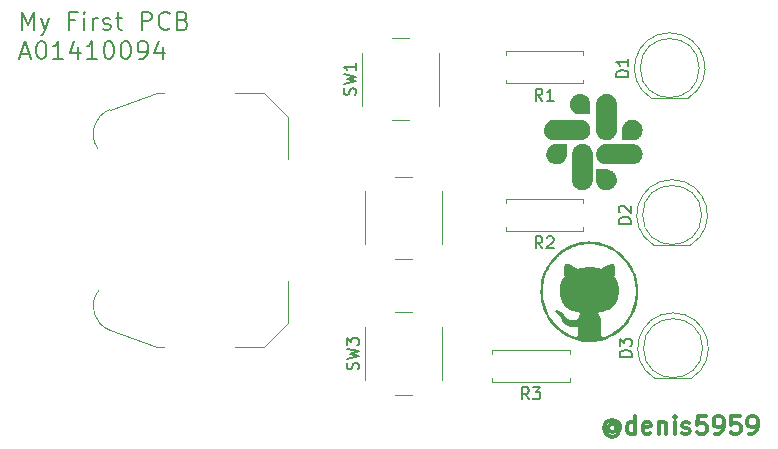
<source format=gto>
G04 #@! TF.GenerationSoftware,KiCad,Pcbnew,9.0.2*
G04 #@! TF.CreationDate,2025-05-20T18:37:11-06:00*
G04 #@! TF.ProjectId,test_kicad,74657374-5f6b-4696-9361-642e6b696361,rev?*
G04 #@! TF.SameCoordinates,Original*
G04 #@! TF.FileFunction,Legend,Top*
G04 #@! TF.FilePolarity,Positive*
%FSLAX46Y46*%
G04 Gerber Fmt 4.6, Leading zero omitted, Abs format (unit mm)*
G04 Created by KiCad (PCBNEW 9.0.2) date 2025-05-20 18:37:11*
%MOMM*%
%LPD*%
G01*
G04 APERTURE LIST*
%ADD10C,0.300000*%
%ADD11C,0.150000*%
%ADD12C,0.120000*%
%ADD13C,0.000000*%
%ADD14C,1.800000*%
%ADD15R,1.800000X1.800000*%
%ADD16R,5.080000X1.270000*%
%ADD17C,17.800000*%
%ADD18C,2.000000*%
%ADD19C,1.600000*%
G04 APERTURE END LIST*
D10*
X153233082Y-86336542D02*
X153161653Y-86265114D01*
X153161653Y-86265114D02*
X153018796Y-86193685D01*
X153018796Y-86193685D02*
X152875939Y-86193685D01*
X152875939Y-86193685D02*
X152733082Y-86265114D01*
X152733082Y-86265114D02*
X152661653Y-86336542D01*
X152661653Y-86336542D02*
X152590225Y-86479400D01*
X152590225Y-86479400D02*
X152590225Y-86622257D01*
X152590225Y-86622257D02*
X152661653Y-86765114D01*
X152661653Y-86765114D02*
X152733082Y-86836542D01*
X152733082Y-86836542D02*
X152875939Y-86907971D01*
X152875939Y-86907971D02*
X153018796Y-86907971D01*
X153018796Y-86907971D02*
X153161653Y-86836542D01*
X153161653Y-86836542D02*
X153233082Y-86765114D01*
X153233082Y-86193685D02*
X153233082Y-86765114D01*
X153233082Y-86765114D02*
X153304510Y-86836542D01*
X153304510Y-86836542D02*
X153375939Y-86836542D01*
X153375939Y-86836542D02*
X153518796Y-86765114D01*
X153518796Y-86765114D02*
X153590225Y-86622257D01*
X153590225Y-86622257D02*
X153590225Y-86265114D01*
X153590225Y-86265114D02*
X153447368Y-86050828D01*
X153447368Y-86050828D02*
X153233082Y-85907971D01*
X153233082Y-85907971D02*
X152947368Y-85836542D01*
X152947368Y-85836542D02*
X152661653Y-85907971D01*
X152661653Y-85907971D02*
X152447368Y-86050828D01*
X152447368Y-86050828D02*
X152304510Y-86265114D01*
X152304510Y-86265114D02*
X152233082Y-86550828D01*
X152233082Y-86550828D02*
X152304510Y-86836542D01*
X152304510Y-86836542D02*
X152447368Y-87050828D01*
X152447368Y-87050828D02*
X152661653Y-87193685D01*
X152661653Y-87193685D02*
X152947368Y-87265114D01*
X152947368Y-87265114D02*
X153233082Y-87193685D01*
X153233082Y-87193685D02*
X153447368Y-87050828D01*
X154875939Y-87050828D02*
X154875939Y-85550828D01*
X154875939Y-86979400D02*
X154733081Y-87050828D01*
X154733081Y-87050828D02*
X154447367Y-87050828D01*
X154447367Y-87050828D02*
X154304510Y-86979400D01*
X154304510Y-86979400D02*
X154233081Y-86907971D01*
X154233081Y-86907971D02*
X154161653Y-86765114D01*
X154161653Y-86765114D02*
X154161653Y-86336542D01*
X154161653Y-86336542D02*
X154233081Y-86193685D01*
X154233081Y-86193685D02*
X154304510Y-86122257D01*
X154304510Y-86122257D02*
X154447367Y-86050828D01*
X154447367Y-86050828D02*
X154733081Y-86050828D01*
X154733081Y-86050828D02*
X154875939Y-86122257D01*
X156161653Y-86979400D02*
X156018796Y-87050828D01*
X156018796Y-87050828D02*
X155733082Y-87050828D01*
X155733082Y-87050828D02*
X155590224Y-86979400D01*
X155590224Y-86979400D02*
X155518796Y-86836542D01*
X155518796Y-86836542D02*
X155518796Y-86265114D01*
X155518796Y-86265114D02*
X155590224Y-86122257D01*
X155590224Y-86122257D02*
X155733082Y-86050828D01*
X155733082Y-86050828D02*
X156018796Y-86050828D01*
X156018796Y-86050828D02*
X156161653Y-86122257D01*
X156161653Y-86122257D02*
X156233082Y-86265114D01*
X156233082Y-86265114D02*
X156233082Y-86407971D01*
X156233082Y-86407971D02*
X155518796Y-86550828D01*
X156875938Y-86050828D02*
X156875938Y-87050828D01*
X156875938Y-86193685D02*
X156947367Y-86122257D01*
X156947367Y-86122257D02*
X157090224Y-86050828D01*
X157090224Y-86050828D02*
X157304510Y-86050828D01*
X157304510Y-86050828D02*
X157447367Y-86122257D01*
X157447367Y-86122257D02*
X157518796Y-86265114D01*
X157518796Y-86265114D02*
X157518796Y-87050828D01*
X158233081Y-87050828D02*
X158233081Y-86050828D01*
X158233081Y-85550828D02*
X158161653Y-85622257D01*
X158161653Y-85622257D02*
X158233081Y-85693685D01*
X158233081Y-85693685D02*
X158304510Y-85622257D01*
X158304510Y-85622257D02*
X158233081Y-85550828D01*
X158233081Y-85550828D02*
X158233081Y-85693685D01*
X158875939Y-86979400D02*
X159018796Y-87050828D01*
X159018796Y-87050828D02*
X159304510Y-87050828D01*
X159304510Y-87050828D02*
X159447367Y-86979400D01*
X159447367Y-86979400D02*
X159518796Y-86836542D01*
X159518796Y-86836542D02*
X159518796Y-86765114D01*
X159518796Y-86765114D02*
X159447367Y-86622257D01*
X159447367Y-86622257D02*
X159304510Y-86550828D01*
X159304510Y-86550828D02*
X159090225Y-86550828D01*
X159090225Y-86550828D02*
X158947367Y-86479400D01*
X158947367Y-86479400D02*
X158875939Y-86336542D01*
X158875939Y-86336542D02*
X158875939Y-86265114D01*
X158875939Y-86265114D02*
X158947367Y-86122257D01*
X158947367Y-86122257D02*
X159090225Y-86050828D01*
X159090225Y-86050828D02*
X159304510Y-86050828D01*
X159304510Y-86050828D02*
X159447367Y-86122257D01*
X160875939Y-85550828D02*
X160161653Y-85550828D01*
X160161653Y-85550828D02*
X160090225Y-86265114D01*
X160090225Y-86265114D02*
X160161653Y-86193685D01*
X160161653Y-86193685D02*
X160304511Y-86122257D01*
X160304511Y-86122257D02*
X160661653Y-86122257D01*
X160661653Y-86122257D02*
X160804511Y-86193685D01*
X160804511Y-86193685D02*
X160875939Y-86265114D01*
X160875939Y-86265114D02*
X160947368Y-86407971D01*
X160947368Y-86407971D02*
X160947368Y-86765114D01*
X160947368Y-86765114D02*
X160875939Y-86907971D01*
X160875939Y-86907971D02*
X160804511Y-86979400D01*
X160804511Y-86979400D02*
X160661653Y-87050828D01*
X160661653Y-87050828D02*
X160304511Y-87050828D01*
X160304511Y-87050828D02*
X160161653Y-86979400D01*
X160161653Y-86979400D02*
X160090225Y-86907971D01*
X161661653Y-87050828D02*
X161947367Y-87050828D01*
X161947367Y-87050828D02*
X162090224Y-86979400D01*
X162090224Y-86979400D02*
X162161653Y-86907971D01*
X162161653Y-86907971D02*
X162304510Y-86693685D01*
X162304510Y-86693685D02*
X162375939Y-86407971D01*
X162375939Y-86407971D02*
X162375939Y-85836542D01*
X162375939Y-85836542D02*
X162304510Y-85693685D01*
X162304510Y-85693685D02*
X162233082Y-85622257D01*
X162233082Y-85622257D02*
X162090224Y-85550828D01*
X162090224Y-85550828D02*
X161804510Y-85550828D01*
X161804510Y-85550828D02*
X161661653Y-85622257D01*
X161661653Y-85622257D02*
X161590224Y-85693685D01*
X161590224Y-85693685D02*
X161518796Y-85836542D01*
X161518796Y-85836542D02*
X161518796Y-86193685D01*
X161518796Y-86193685D02*
X161590224Y-86336542D01*
X161590224Y-86336542D02*
X161661653Y-86407971D01*
X161661653Y-86407971D02*
X161804510Y-86479400D01*
X161804510Y-86479400D02*
X162090224Y-86479400D01*
X162090224Y-86479400D02*
X162233082Y-86407971D01*
X162233082Y-86407971D02*
X162304510Y-86336542D01*
X162304510Y-86336542D02*
X162375939Y-86193685D01*
X163733081Y-85550828D02*
X163018795Y-85550828D01*
X163018795Y-85550828D02*
X162947367Y-86265114D01*
X162947367Y-86265114D02*
X163018795Y-86193685D01*
X163018795Y-86193685D02*
X163161653Y-86122257D01*
X163161653Y-86122257D02*
X163518795Y-86122257D01*
X163518795Y-86122257D02*
X163661653Y-86193685D01*
X163661653Y-86193685D02*
X163733081Y-86265114D01*
X163733081Y-86265114D02*
X163804510Y-86407971D01*
X163804510Y-86407971D02*
X163804510Y-86765114D01*
X163804510Y-86765114D02*
X163733081Y-86907971D01*
X163733081Y-86907971D02*
X163661653Y-86979400D01*
X163661653Y-86979400D02*
X163518795Y-87050828D01*
X163518795Y-87050828D02*
X163161653Y-87050828D01*
X163161653Y-87050828D02*
X163018795Y-86979400D01*
X163018795Y-86979400D02*
X162947367Y-86907971D01*
X164518795Y-87050828D02*
X164804509Y-87050828D01*
X164804509Y-87050828D02*
X164947366Y-86979400D01*
X164947366Y-86979400D02*
X165018795Y-86907971D01*
X165018795Y-86907971D02*
X165161652Y-86693685D01*
X165161652Y-86693685D02*
X165233081Y-86407971D01*
X165233081Y-86407971D02*
X165233081Y-85836542D01*
X165233081Y-85836542D02*
X165161652Y-85693685D01*
X165161652Y-85693685D02*
X165090224Y-85622257D01*
X165090224Y-85622257D02*
X164947366Y-85550828D01*
X164947366Y-85550828D02*
X164661652Y-85550828D01*
X164661652Y-85550828D02*
X164518795Y-85622257D01*
X164518795Y-85622257D02*
X164447366Y-85693685D01*
X164447366Y-85693685D02*
X164375938Y-85836542D01*
X164375938Y-85836542D02*
X164375938Y-86193685D01*
X164375938Y-86193685D02*
X164447366Y-86336542D01*
X164447366Y-86336542D02*
X164518795Y-86407971D01*
X164518795Y-86407971D02*
X164661652Y-86479400D01*
X164661652Y-86479400D02*
X164947366Y-86479400D01*
X164947366Y-86479400D02*
X165090224Y-86407971D01*
X165090224Y-86407971D02*
X165161652Y-86336542D01*
X165161652Y-86336542D02*
X165233081Y-86193685D01*
D11*
X102955826Y-52808628D02*
X102955826Y-51308628D01*
X102955826Y-51308628D02*
X103455826Y-52380057D01*
X103455826Y-52380057D02*
X103955826Y-51308628D01*
X103955826Y-51308628D02*
X103955826Y-52808628D01*
X104527255Y-51808628D02*
X104884398Y-52808628D01*
X105241541Y-51808628D02*
X104884398Y-52808628D01*
X104884398Y-52808628D02*
X104741541Y-53165771D01*
X104741541Y-53165771D02*
X104670112Y-53237200D01*
X104670112Y-53237200D02*
X104527255Y-53308628D01*
X107455826Y-52022914D02*
X106955826Y-52022914D01*
X106955826Y-52808628D02*
X106955826Y-51308628D01*
X106955826Y-51308628D02*
X107670112Y-51308628D01*
X108241540Y-52808628D02*
X108241540Y-51808628D01*
X108241540Y-51308628D02*
X108170112Y-51380057D01*
X108170112Y-51380057D02*
X108241540Y-51451485D01*
X108241540Y-51451485D02*
X108312969Y-51380057D01*
X108312969Y-51380057D02*
X108241540Y-51308628D01*
X108241540Y-51308628D02*
X108241540Y-51451485D01*
X108955826Y-52808628D02*
X108955826Y-51808628D01*
X108955826Y-52094342D02*
X109027255Y-51951485D01*
X109027255Y-51951485D02*
X109098684Y-51880057D01*
X109098684Y-51880057D02*
X109241541Y-51808628D01*
X109241541Y-51808628D02*
X109384398Y-51808628D01*
X109812969Y-52737200D02*
X109955826Y-52808628D01*
X109955826Y-52808628D02*
X110241540Y-52808628D01*
X110241540Y-52808628D02*
X110384397Y-52737200D01*
X110384397Y-52737200D02*
X110455826Y-52594342D01*
X110455826Y-52594342D02*
X110455826Y-52522914D01*
X110455826Y-52522914D02*
X110384397Y-52380057D01*
X110384397Y-52380057D02*
X110241540Y-52308628D01*
X110241540Y-52308628D02*
X110027255Y-52308628D01*
X110027255Y-52308628D02*
X109884397Y-52237200D01*
X109884397Y-52237200D02*
X109812969Y-52094342D01*
X109812969Y-52094342D02*
X109812969Y-52022914D01*
X109812969Y-52022914D02*
X109884397Y-51880057D01*
X109884397Y-51880057D02*
X110027255Y-51808628D01*
X110027255Y-51808628D02*
X110241540Y-51808628D01*
X110241540Y-51808628D02*
X110384397Y-51880057D01*
X110884398Y-51808628D02*
X111455826Y-51808628D01*
X111098683Y-51308628D02*
X111098683Y-52594342D01*
X111098683Y-52594342D02*
X111170112Y-52737200D01*
X111170112Y-52737200D02*
X111312969Y-52808628D01*
X111312969Y-52808628D02*
X111455826Y-52808628D01*
X113098683Y-52808628D02*
X113098683Y-51308628D01*
X113098683Y-51308628D02*
X113670112Y-51308628D01*
X113670112Y-51308628D02*
X113812969Y-51380057D01*
X113812969Y-51380057D02*
X113884398Y-51451485D01*
X113884398Y-51451485D02*
X113955826Y-51594342D01*
X113955826Y-51594342D02*
X113955826Y-51808628D01*
X113955826Y-51808628D02*
X113884398Y-51951485D01*
X113884398Y-51951485D02*
X113812969Y-52022914D01*
X113812969Y-52022914D02*
X113670112Y-52094342D01*
X113670112Y-52094342D02*
X113098683Y-52094342D01*
X115455826Y-52665771D02*
X115384398Y-52737200D01*
X115384398Y-52737200D02*
X115170112Y-52808628D01*
X115170112Y-52808628D02*
X115027255Y-52808628D01*
X115027255Y-52808628D02*
X114812969Y-52737200D01*
X114812969Y-52737200D02*
X114670112Y-52594342D01*
X114670112Y-52594342D02*
X114598683Y-52451485D01*
X114598683Y-52451485D02*
X114527255Y-52165771D01*
X114527255Y-52165771D02*
X114527255Y-51951485D01*
X114527255Y-51951485D02*
X114598683Y-51665771D01*
X114598683Y-51665771D02*
X114670112Y-51522914D01*
X114670112Y-51522914D02*
X114812969Y-51380057D01*
X114812969Y-51380057D02*
X115027255Y-51308628D01*
X115027255Y-51308628D02*
X115170112Y-51308628D01*
X115170112Y-51308628D02*
X115384398Y-51380057D01*
X115384398Y-51380057D02*
X115455826Y-51451485D01*
X116598683Y-52022914D02*
X116812969Y-52094342D01*
X116812969Y-52094342D02*
X116884398Y-52165771D01*
X116884398Y-52165771D02*
X116955826Y-52308628D01*
X116955826Y-52308628D02*
X116955826Y-52522914D01*
X116955826Y-52522914D02*
X116884398Y-52665771D01*
X116884398Y-52665771D02*
X116812969Y-52737200D01*
X116812969Y-52737200D02*
X116670112Y-52808628D01*
X116670112Y-52808628D02*
X116098683Y-52808628D01*
X116098683Y-52808628D02*
X116098683Y-51308628D01*
X116098683Y-51308628D02*
X116598683Y-51308628D01*
X116598683Y-51308628D02*
X116741541Y-51380057D01*
X116741541Y-51380057D02*
X116812969Y-51451485D01*
X116812969Y-51451485D02*
X116884398Y-51594342D01*
X116884398Y-51594342D02*
X116884398Y-51737200D01*
X116884398Y-51737200D02*
X116812969Y-51880057D01*
X116812969Y-51880057D02*
X116741541Y-51951485D01*
X116741541Y-51951485D02*
X116598683Y-52022914D01*
X116598683Y-52022914D02*
X116098683Y-52022914D01*
X102884398Y-54880057D02*
X103598684Y-54880057D01*
X102741541Y-55308628D02*
X103241541Y-53808628D01*
X103241541Y-53808628D02*
X103741541Y-55308628D01*
X104527255Y-53808628D02*
X104670112Y-53808628D01*
X104670112Y-53808628D02*
X104812969Y-53880057D01*
X104812969Y-53880057D02*
X104884398Y-53951485D01*
X104884398Y-53951485D02*
X104955826Y-54094342D01*
X104955826Y-54094342D02*
X105027255Y-54380057D01*
X105027255Y-54380057D02*
X105027255Y-54737200D01*
X105027255Y-54737200D02*
X104955826Y-55022914D01*
X104955826Y-55022914D02*
X104884398Y-55165771D01*
X104884398Y-55165771D02*
X104812969Y-55237200D01*
X104812969Y-55237200D02*
X104670112Y-55308628D01*
X104670112Y-55308628D02*
X104527255Y-55308628D01*
X104527255Y-55308628D02*
X104384398Y-55237200D01*
X104384398Y-55237200D02*
X104312969Y-55165771D01*
X104312969Y-55165771D02*
X104241540Y-55022914D01*
X104241540Y-55022914D02*
X104170112Y-54737200D01*
X104170112Y-54737200D02*
X104170112Y-54380057D01*
X104170112Y-54380057D02*
X104241540Y-54094342D01*
X104241540Y-54094342D02*
X104312969Y-53951485D01*
X104312969Y-53951485D02*
X104384398Y-53880057D01*
X104384398Y-53880057D02*
X104527255Y-53808628D01*
X106455826Y-55308628D02*
X105598683Y-55308628D01*
X106027254Y-55308628D02*
X106027254Y-53808628D01*
X106027254Y-53808628D02*
X105884397Y-54022914D01*
X105884397Y-54022914D02*
X105741540Y-54165771D01*
X105741540Y-54165771D02*
X105598683Y-54237200D01*
X107741540Y-54308628D02*
X107741540Y-55308628D01*
X107384397Y-53737200D02*
X107027254Y-54808628D01*
X107027254Y-54808628D02*
X107955825Y-54808628D01*
X109312968Y-55308628D02*
X108455825Y-55308628D01*
X108884396Y-55308628D02*
X108884396Y-53808628D01*
X108884396Y-53808628D02*
X108741539Y-54022914D01*
X108741539Y-54022914D02*
X108598682Y-54165771D01*
X108598682Y-54165771D02*
X108455825Y-54237200D01*
X110241539Y-53808628D02*
X110384396Y-53808628D01*
X110384396Y-53808628D02*
X110527253Y-53880057D01*
X110527253Y-53880057D02*
X110598682Y-53951485D01*
X110598682Y-53951485D02*
X110670110Y-54094342D01*
X110670110Y-54094342D02*
X110741539Y-54380057D01*
X110741539Y-54380057D02*
X110741539Y-54737200D01*
X110741539Y-54737200D02*
X110670110Y-55022914D01*
X110670110Y-55022914D02*
X110598682Y-55165771D01*
X110598682Y-55165771D02*
X110527253Y-55237200D01*
X110527253Y-55237200D02*
X110384396Y-55308628D01*
X110384396Y-55308628D02*
X110241539Y-55308628D01*
X110241539Y-55308628D02*
X110098682Y-55237200D01*
X110098682Y-55237200D02*
X110027253Y-55165771D01*
X110027253Y-55165771D02*
X109955824Y-55022914D01*
X109955824Y-55022914D02*
X109884396Y-54737200D01*
X109884396Y-54737200D02*
X109884396Y-54380057D01*
X109884396Y-54380057D02*
X109955824Y-54094342D01*
X109955824Y-54094342D02*
X110027253Y-53951485D01*
X110027253Y-53951485D02*
X110098682Y-53880057D01*
X110098682Y-53880057D02*
X110241539Y-53808628D01*
X111670110Y-53808628D02*
X111812967Y-53808628D01*
X111812967Y-53808628D02*
X111955824Y-53880057D01*
X111955824Y-53880057D02*
X112027253Y-53951485D01*
X112027253Y-53951485D02*
X112098681Y-54094342D01*
X112098681Y-54094342D02*
X112170110Y-54380057D01*
X112170110Y-54380057D02*
X112170110Y-54737200D01*
X112170110Y-54737200D02*
X112098681Y-55022914D01*
X112098681Y-55022914D02*
X112027253Y-55165771D01*
X112027253Y-55165771D02*
X111955824Y-55237200D01*
X111955824Y-55237200D02*
X111812967Y-55308628D01*
X111812967Y-55308628D02*
X111670110Y-55308628D01*
X111670110Y-55308628D02*
X111527253Y-55237200D01*
X111527253Y-55237200D02*
X111455824Y-55165771D01*
X111455824Y-55165771D02*
X111384395Y-55022914D01*
X111384395Y-55022914D02*
X111312967Y-54737200D01*
X111312967Y-54737200D02*
X111312967Y-54380057D01*
X111312967Y-54380057D02*
X111384395Y-54094342D01*
X111384395Y-54094342D02*
X111455824Y-53951485D01*
X111455824Y-53951485D02*
X111527253Y-53880057D01*
X111527253Y-53880057D02*
X111670110Y-53808628D01*
X112884395Y-55308628D02*
X113170109Y-55308628D01*
X113170109Y-55308628D02*
X113312966Y-55237200D01*
X113312966Y-55237200D02*
X113384395Y-55165771D01*
X113384395Y-55165771D02*
X113527252Y-54951485D01*
X113527252Y-54951485D02*
X113598681Y-54665771D01*
X113598681Y-54665771D02*
X113598681Y-54094342D01*
X113598681Y-54094342D02*
X113527252Y-53951485D01*
X113527252Y-53951485D02*
X113455824Y-53880057D01*
X113455824Y-53880057D02*
X113312966Y-53808628D01*
X113312966Y-53808628D02*
X113027252Y-53808628D01*
X113027252Y-53808628D02*
X112884395Y-53880057D01*
X112884395Y-53880057D02*
X112812966Y-53951485D01*
X112812966Y-53951485D02*
X112741538Y-54094342D01*
X112741538Y-54094342D02*
X112741538Y-54451485D01*
X112741538Y-54451485D02*
X112812966Y-54594342D01*
X112812966Y-54594342D02*
X112884395Y-54665771D01*
X112884395Y-54665771D02*
X113027252Y-54737200D01*
X113027252Y-54737200D02*
X113312966Y-54737200D01*
X113312966Y-54737200D02*
X113455824Y-54665771D01*
X113455824Y-54665771D02*
X113527252Y-54594342D01*
X113527252Y-54594342D02*
X113598681Y-54451485D01*
X114884395Y-54308628D02*
X114884395Y-55308628D01*
X114527252Y-53737200D02*
X114170109Y-54808628D01*
X114170109Y-54808628D02*
X115098680Y-54808628D01*
X154574819Y-80518094D02*
X153574819Y-80518094D01*
X153574819Y-80518094D02*
X153574819Y-80279999D01*
X153574819Y-80279999D02*
X153622438Y-80137142D01*
X153622438Y-80137142D02*
X153717676Y-80041904D01*
X153717676Y-80041904D02*
X153812914Y-79994285D01*
X153812914Y-79994285D02*
X154003390Y-79946666D01*
X154003390Y-79946666D02*
X154146247Y-79946666D01*
X154146247Y-79946666D02*
X154336723Y-79994285D01*
X154336723Y-79994285D02*
X154431961Y-80041904D01*
X154431961Y-80041904D02*
X154527200Y-80137142D01*
X154527200Y-80137142D02*
X154574819Y-80279999D01*
X154574819Y-80279999D02*
X154574819Y-80518094D01*
X153574819Y-79613332D02*
X153574819Y-78994285D01*
X153574819Y-78994285D02*
X153955771Y-79327618D01*
X153955771Y-79327618D02*
X153955771Y-79184761D01*
X153955771Y-79184761D02*
X154003390Y-79089523D01*
X154003390Y-79089523D02*
X154051009Y-79041904D01*
X154051009Y-79041904D02*
X154146247Y-78994285D01*
X154146247Y-78994285D02*
X154384342Y-78994285D01*
X154384342Y-78994285D02*
X154479580Y-79041904D01*
X154479580Y-79041904D02*
X154527200Y-79089523D01*
X154527200Y-79089523D02*
X154574819Y-79184761D01*
X154574819Y-79184761D02*
X154574819Y-79470475D01*
X154574819Y-79470475D02*
X154527200Y-79565713D01*
X154527200Y-79565713D02*
X154479580Y-79613332D01*
X154294819Y-56808094D02*
X153294819Y-56808094D01*
X153294819Y-56808094D02*
X153294819Y-56569999D01*
X153294819Y-56569999D02*
X153342438Y-56427142D01*
X153342438Y-56427142D02*
X153437676Y-56331904D01*
X153437676Y-56331904D02*
X153532914Y-56284285D01*
X153532914Y-56284285D02*
X153723390Y-56236666D01*
X153723390Y-56236666D02*
X153866247Y-56236666D01*
X153866247Y-56236666D02*
X154056723Y-56284285D01*
X154056723Y-56284285D02*
X154151961Y-56331904D01*
X154151961Y-56331904D02*
X154247200Y-56427142D01*
X154247200Y-56427142D02*
X154294819Y-56569999D01*
X154294819Y-56569999D02*
X154294819Y-56808094D01*
X154294819Y-55284285D02*
X154294819Y-55855713D01*
X154294819Y-55569999D02*
X153294819Y-55569999D01*
X153294819Y-55569999D02*
X153437676Y-55665237D01*
X153437676Y-55665237D02*
X153532914Y-55760475D01*
X153532914Y-55760475D02*
X153580533Y-55855713D01*
X131407200Y-81583332D02*
X131454819Y-81440475D01*
X131454819Y-81440475D02*
X131454819Y-81202380D01*
X131454819Y-81202380D02*
X131407200Y-81107142D01*
X131407200Y-81107142D02*
X131359580Y-81059523D01*
X131359580Y-81059523D02*
X131264342Y-81011904D01*
X131264342Y-81011904D02*
X131169104Y-81011904D01*
X131169104Y-81011904D02*
X131073866Y-81059523D01*
X131073866Y-81059523D02*
X131026247Y-81107142D01*
X131026247Y-81107142D02*
X130978628Y-81202380D01*
X130978628Y-81202380D02*
X130931009Y-81392856D01*
X130931009Y-81392856D02*
X130883390Y-81488094D01*
X130883390Y-81488094D02*
X130835771Y-81535713D01*
X130835771Y-81535713D02*
X130740533Y-81583332D01*
X130740533Y-81583332D02*
X130645295Y-81583332D01*
X130645295Y-81583332D02*
X130550057Y-81535713D01*
X130550057Y-81535713D02*
X130502438Y-81488094D01*
X130502438Y-81488094D02*
X130454819Y-81392856D01*
X130454819Y-81392856D02*
X130454819Y-81154761D01*
X130454819Y-81154761D02*
X130502438Y-81011904D01*
X130454819Y-80678570D02*
X131454819Y-80440475D01*
X131454819Y-80440475D02*
X130740533Y-80249999D01*
X130740533Y-80249999D02*
X131454819Y-80059523D01*
X131454819Y-80059523D02*
X130454819Y-79821428D01*
X130454819Y-79535713D02*
X130454819Y-78916666D01*
X130454819Y-78916666D02*
X130835771Y-79249999D01*
X130835771Y-79249999D02*
X130835771Y-79107142D01*
X130835771Y-79107142D02*
X130883390Y-79011904D01*
X130883390Y-79011904D02*
X130931009Y-78964285D01*
X130931009Y-78964285D02*
X131026247Y-78916666D01*
X131026247Y-78916666D02*
X131264342Y-78916666D01*
X131264342Y-78916666D02*
X131359580Y-78964285D01*
X131359580Y-78964285D02*
X131407200Y-79011904D01*
X131407200Y-79011904D02*
X131454819Y-79107142D01*
X131454819Y-79107142D02*
X131454819Y-79392856D01*
X131454819Y-79392856D02*
X131407200Y-79488094D01*
X131407200Y-79488094D02*
X131359580Y-79535713D01*
X145883333Y-84104819D02*
X145550000Y-83628628D01*
X145311905Y-84104819D02*
X145311905Y-83104819D01*
X145311905Y-83104819D02*
X145692857Y-83104819D01*
X145692857Y-83104819D02*
X145788095Y-83152438D01*
X145788095Y-83152438D02*
X145835714Y-83200057D01*
X145835714Y-83200057D02*
X145883333Y-83295295D01*
X145883333Y-83295295D02*
X145883333Y-83438152D01*
X145883333Y-83438152D02*
X145835714Y-83533390D01*
X145835714Y-83533390D02*
X145788095Y-83581009D01*
X145788095Y-83581009D02*
X145692857Y-83628628D01*
X145692857Y-83628628D02*
X145311905Y-83628628D01*
X146216667Y-83104819D02*
X146835714Y-83104819D01*
X146835714Y-83104819D02*
X146502381Y-83485771D01*
X146502381Y-83485771D02*
X146645238Y-83485771D01*
X146645238Y-83485771D02*
X146740476Y-83533390D01*
X146740476Y-83533390D02*
X146788095Y-83581009D01*
X146788095Y-83581009D02*
X146835714Y-83676247D01*
X146835714Y-83676247D02*
X146835714Y-83914342D01*
X146835714Y-83914342D02*
X146788095Y-84009580D01*
X146788095Y-84009580D02*
X146740476Y-84057200D01*
X146740476Y-84057200D02*
X146645238Y-84104819D01*
X146645238Y-84104819D02*
X146359524Y-84104819D01*
X146359524Y-84104819D02*
X146264286Y-84057200D01*
X146264286Y-84057200D02*
X146216667Y-84009580D01*
X147023333Y-58824819D02*
X146690000Y-58348628D01*
X146451905Y-58824819D02*
X146451905Y-57824819D01*
X146451905Y-57824819D02*
X146832857Y-57824819D01*
X146832857Y-57824819D02*
X146928095Y-57872438D01*
X146928095Y-57872438D02*
X146975714Y-57920057D01*
X146975714Y-57920057D02*
X147023333Y-58015295D01*
X147023333Y-58015295D02*
X147023333Y-58158152D01*
X147023333Y-58158152D02*
X146975714Y-58253390D01*
X146975714Y-58253390D02*
X146928095Y-58301009D01*
X146928095Y-58301009D02*
X146832857Y-58348628D01*
X146832857Y-58348628D02*
X146451905Y-58348628D01*
X147975714Y-58824819D02*
X147404286Y-58824819D01*
X147690000Y-58824819D02*
X147690000Y-57824819D01*
X147690000Y-57824819D02*
X147594762Y-57967676D01*
X147594762Y-57967676D02*
X147499524Y-58062914D01*
X147499524Y-58062914D02*
X147404286Y-58110533D01*
X154494819Y-69243094D02*
X153494819Y-69243094D01*
X153494819Y-69243094D02*
X153494819Y-69004999D01*
X153494819Y-69004999D02*
X153542438Y-68862142D01*
X153542438Y-68862142D02*
X153637676Y-68766904D01*
X153637676Y-68766904D02*
X153732914Y-68719285D01*
X153732914Y-68719285D02*
X153923390Y-68671666D01*
X153923390Y-68671666D02*
X154066247Y-68671666D01*
X154066247Y-68671666D02*
X154256723Y-68719285D01*
X154256723Y-68719285D02*
X154351961Y-68766904D01*
X154351961Y-68766904D02*
X154447200Y-68862142D01*
X154447200Y-68862142D02*
X154494819Y-69004999D01*
X154494819Y-69004999D02*
X154494819Y-69243094D01*
X153590057Y-68290713D02*
X153542438Y-68243094D01*
X153542438Y-68243094D02*
X153494819Y-68147856D01*
X153494819Y-68147856D02*
X153494819Y-67909761D01*
X153494819Y-67909761D02*
X153542438Y-67814523D01*
X153542438Y-67814523D02*
X153590057Y-67766904D01*
X153590057Y-67766904D02*
X153685295Y-67719285D01*
X153685295Y-67719285D02*
X153780533Y-67719285D01*
X153780533Y-67719285D02*
X153923390Y-67766904D01*
X153923390Y-67766904D02*
X154494819Y-68338332D01*
X154494819Y-68338332D02*
X154494819Y-67719285D01*
X147023333Y-71324819D02*
X146690000Y-70848628D01*
X146451905Y-71324819D02*
X146451905Y-70324819D01*
X146451905Y-70324819D02*
X146832857Y-70324819D01*
X146832857Y-70324819D02*
X146928095Y-70372438D01*
X146928095Y-70372438D02*
X146975714Y-70420057D01*
X146975714Y-70420057D02*
X147023333Y-70515295D01*
X147023333Y-70515295D02*
X147023333Y-70658152D01*
X147023333Y-70658152D02*
X146975714Y-70753390D01*
X146975714Y-70753390D02*
X146928095Y-70801009D01*
X146928095Y-70801009D02*
X146832857Y-70848628D01*
X146832857Y-70848628D02*
X146451905Y-70848628D01*
X147404286Y-70420057D02*
X147451905Y-70372438D01*
X147451905Y-70372438D02*
X147547143Y-70324819D01*
X147547143Y-70324819D02*
X147785238Y-70324819D01*
X147785238Y-70324819D02*
X147880476Y-70372438D01*
X147880476Y-70372438D02*
X147928095Y-70420057D01*
X147928095Y-70420057D02*
X147975714Y-70515295D01*
X147975714Y-70515295D02*
X147975714Y-70610533D01*
X147975714Y-70610533D02*
X147928095Y-70753390D01*
X147928095Y-70753390D02*
X147356667Y-71324819D01*
X147356667Y-71324819D02*
X147975714Y-71324819D01*
X131157200Y-58333332D02*
X131204819Y-58190475D01*
X131204819Y-58190475D02*
X131204819Y-57952380D01*
X131204819Y-57952380D02*
X131157200Y-57857142D01*
X131157200Y-57857142D02*
X131109580Y-57809523D01*
X131109580Y-57809523D02*
X131014342Y-57761904D01*
X131014342Y-57761904D02*
X130919104Y-57761904D01*
X130919104Y-57761904D02*
X130823866Y-57809523D01*
X130823866Y-57809523D02*
X130776247Y-57857142D01*
X130776247Y-57857142D02*
X130728628Y-57952380D01*
X130728628Y-57952380D02*
X130681009Y-58142856D01*
X130681009Y-58142856D02*
X130633390Y-58238094D01*
X130633390Y-58238094D02*
X130585771Y-58285713D01*
X130585771Y-58285713D02*
X130490533Y-58333332D01*
X130490533Y-58333332D02*
X130395295Y-58333332D01*
X130395295Y-58333332D02*
X130300057Y-58285713D01*
X130300057Y-58285713D02*
X130252438Y-58238094D01*
X130252438Y-58238094D02*
X130204819Y-58142856D01*
X130204819Y-58142856D02*
X130204819Y-57904761D01*
X130204819Y-57904761D02*
X130252438Y-57761904D01*
X130204819Y-57428570D02*
X131204819Y-57190475D01*
X131204819Y-57190475D02*
X130490533Y-56999999D01*
X130490533Y-56999999D02*
X131204819Y-56809523D01*
X131204819Y-56809523D02*
X130204819Y-56571428D01*
X131204819Y-55666666D02*
X131204819Y-56238094D01*
X131204819Y-55952380D02*
X130204819Y-55952380D01*
X130204819Y-55952380D02*
X130347676Y-56047618D01*
X130347676Y-56047618D02*
X130442914Y-56142856D01*
X130442914Y-56142856D02*
X130490533Y-56238094D01*
D12*
G04 #@! TO.C,D3*
X160580000Y-79780000D02*
G75*
G02*
X155580000Y-79780000I-2500000J0D01*
G01*
X155580000Y-79780000D02*
G75*
G02*
X160580000Y-79780000I2500000J0D01*
G01*
X158080000Y-76790000D02*
G75*
G02*
X159624830Y-82340000I0J-2990000D01*
G01*
X156535170Y-82340000D02*
G75*
G02*
X158080000Y-76790000I1544830J2560000D01*
G01*
X156535000Y-82340000D02*
X159625000Y-82340000D01*
D13*
G04 #@! TO.C,G\u002A\u002A\u002A*
G36*
X152051320Y-64650264D02*
G01*
X152124317Y-64650474D01*
X152189593Y-64650674D01*
X152247631Y-64650871D01*
X152298915Y-64651076D01*
X152343928Y-64651298D01*
X152383154Y-64651545D01*
X152417076Y-64651829D01*
X152446177Y-64652157D01*
X152470940Y-64652539D01*
X152491848Y-64652985D01*
X152509386Y-64653504D01*
X152524037Y-64654106D01*
X152536283Y-64654799D01*
X152546608Y-64655593D01*
X152555495Y-64656497D01*
X152563428Y-64657521D01*
X152570890Y-64658674D01*
X152578364Y-64659966D01*
X152581512Y-64660532D01*
X152652701Y-64675577D01*
X152718234Y-64694204D01*
X152780154Y-64717165D01*
X152840506Y-64745209D01*
X152896085Y-64775955D01*
X152962601Y-64820084D01*
X153024873Y-64870817D01*
X153082417Y-64927463D01*
X153134748Y-64989333D01*
X153181383Y-65055739D01*
X153221836Y-65125990D01*
X153255623Y-65199399D01*
X153282260Y-65275275D01*
X153301133Y-65352259D01*
X153309723Y-65407073D01*
X153315222Y-65464926D01*
X153317500Y-65523042D01*
X153316430Y-65578646D01*
X153313321Y-65617330D01*
X153299957Y-65700710D01*
X153279012Y-65781537D01*
X153250794Y-65859371D01*
X153215611Y-65933772D01*
X153173772Y-66004303D01*
X153125585Y-66070523D01*
X153071360Y-66131993D01*
X153011403Y-66188275D01*
X152946025Y-66238928D01*
X152875532Y-66283515D01*
X152827636Y-66308781D01*
X152750794Y-66341856D01*
X152671839Y-66367198D01*
X152591335Y-66384830D01*
X152509848Y-66394775D01*
X152427943Y-66397055D01*
X152346184Y-66391692D01*
X152265138Y-66378708D01*
X152185369Y-66358127D01*
X152107442Y-66329970D01*
X152031922Y-66294259D01*
X151999343Y-66276008D01*
X151934401Y-66233317D01*
X151872376Y-66183692D01*
X151814330Y-66128187D01*
X151761327Y-66067859D01*
X151714430Y-66003765D01*
X151695742Y-65974210D01*
X151656797Y-65901697D01*
X151624701Y-65825137D01*
X151599743Y-65745412D01*
X151582213Y-65663406D01*
X151574566Y-65605615D01*
X151573879Y-65594391D01*
X151573245Y-65575295D01*
X151572666Y-65548658D01*
X151572145Y-65514813D01*
X151571684Y-65474090D01*
X151571287Y-65426822D01*
X151570957Y-65373341D01*
X151570695Y-65313977D01*
X151570505Y-65249062D01*
X151570390Y-65178929D01*
X151570353Y-65106014D01*
X151570353Y-64648894D01*
X152051320Y-64650264D01*
G37*
G36*
X153627408Y-62466796D02*
G01*
X153713031Y-62466829D01*
X153797802Y-62466885D01*
X153881309Y-62466962D01*
X153963140Y-62467062D01*
X154042884Y-62467183D01*
X154120128Y-62467327D01*
X154194462Y-62467493D01*
X154265474Y-62467682D01*
X154332752Y-62467892D01*
X154395884Y-62468125D01*
X154454458Y-62468380D01*
X154508064Y-62468657D01*
X154556289Y-62468956D01*
X154598721Y-62469278D01*
X154634950Y-62469622D01*
X154664563Y-62469988D01*
X154687148Y-62470377D01*
X154702295Y-62470787D01*
X154709025Y-62471155D01*
X154779818Y-62480979D01*
X154848984Y-62496503D01*
X154903055Y-62512731D01*
X154981475Y-62542719D01*
X155055146Y-62579300D01*
X155124476Y-62622724D01*
X155189874Y-62673245D01*
X155243905Y-62723181D01*
X155301855Y-62786651D01*
X155352512Y-62853876D01*
X155395850Y-62924803D01*
X155431843Y-62999377D01*
X155460463Y-63077545D01*
X155481684Y-63159253D01*
X155493848Y-63231162D01*
X155496986Y-63263574D01*
X155498880Y-63301149D01*
X155499532Y-63341280D01*
X155498944Y-63381360D01*
X155497117Y-63418780D01*
X155494053Y-63450932D01*
X155493715Y-63453489D01*
X155478514Y-63537080D01*
X155456020Y-63617207D01*
X155426037Y-63694528D01*
X155412192Y-63724226D01*
X155381465Y-63782207D01*
X155348109Y-63835136D01*
X155310617Y-63885115D01*
X155267480Y-63934241D01*
X155244019Y-63958444D01*
X155181147Y-64015839D01*
X155114082Y-64066210D01*
X155043028Y-64109461D01*
X154968190Y-64145494D01*
X154889772Y-64174211D01*
X154807979Y-64195516D01*
X154723016Y-64209310D01*
X154715775Y-64210120D01*
X154707148Y-64210622D01*
X154690844Y-64211091D01*
X154666831Y-64211528D01*
X154635074Y-64211932D01*
X154595539Y-64212304D01*
X154548195Y-64212644D01*
X154493007Y-64212952D01*
X154429941Y-64213228D01*
X154358965Y-64213472D01*
X154280044Y-64213684D01*
X154193147Y-64213865D01*
X154098238Y-64214014D01*
X153995285Y-64214132D01*
X153884255Y-64214218D01*
X153765113Y-64214273D01*
X153637827Y-64214298D01*
X153532328Y-64214295D01*
X153414569Y-64214276D01*
X153304738Y-64214247D01*
X153202563Y-64214205D01*
X153107768Y-64214149D01*
X153020079Y-64214078D01*
X152939221Y-64213991D01*
X152864919Y-64213887D01*
X152796899Y-64213763D01*
X152734887Y-64213619D01*
X152678607Y-64213453D01*
X152627785Y-64213264D01*
X152582146Y-64213050D01*
X152541416Y-64212811D01*
X152505321Y-64212545D01*
X152473585Y-64212250D01*
X152445934Y-64211925D01*
X152422093Y-64211570D01*
X152401788Y-64211182D01*
X152384744Y-64210760D01*
X152370687Y-64210302D01*
X152359342Y-64209809D01*
X152350434Y-64209277D01*
X152343688Y-64208706D01*
X152341541Y-64208468D01*
X152257485Y-64194412D01*
X152176797Y-64172908D01*
X152099158Y-64143839D01*
X152024251Y-64107087D01*
X151955947Y-64065362D01*
X151889364Y-64015803D01*
X151828315Y-63960513D01*
X151773071Y-63900023D01*
X151723903Y-63834869D01*
X151681081Y-63765581D01*
X151644874Y-63692693D01*
X151615554Y-63616739D01*
X151593390Y-63538250D01*
X151578653Y-63457761D01*
X151571613Y-63375803D01*
X151571774Y-63307866D01*
X151578286Y-63227959D01*
X151591094Y-63152229D01*
X151610599Y-63079145D01*
X151637204Y-63007176D01*
X151668207Y-62940808D01*
X151709884Y-62868209D01*
X151757812Y-62800660D01*
X151811561Y-62738454D01*
X151870699Y-62681883D01*
X151934795Y-62631240D01*
X152003419Y-62586815D01*
X152076139Y-62548901D01*
X152152524Y-62517791D01*
X152232143Y-62493776D01*
X152314565Y-62477148D01*
X152361461Y-62471204D01*
X152369891Y-62470774D01*
X152386114Y-62470366D01*
X152409718Y-62469980D01*
X152440291Y-62469615D01*
X152477421Y-62469273D01*
X152520698Y-62468953D01*
X152569708Y-62468655D01*
X152624041Y-62468379D01*
X152683284Y-62468124D01*
X152747027Y-62467892D01*
X152814857Y-62467682D01*
X152886363Y-62467494D01*
X152961134Y-62467328D01*
X153038757Y-62467185D01*
X153118820Y-62467063D01*
X153200913Y-62466963D01*
X153284624Y-62466886D01*
X153369540Y-62466830D01*
X153455251Y-62466797D01*
X153541344Y-62466786D01*
X153627408Y-62466796D01*
G37*
G36*
X154681591Y-60433102D02*
G01*
X154720275Y-60436211D01*
X154803655Y-60449575D01*
X154884482Y-60470520D01*
X154962316Y-60498738D01*
X155036717Y-60533921D01*
X155107248Y-60575760D01*
X155173468Y-60623947D01*
X155234938Y-60678172D01*
X155291220Y-60738129D01*
X155341873Y-60803507D01*
X155386460Y-60874000D01*
X155411726Y-60921896D01*
X155444801Y-60998738D01*
X155470143Y-61077693D01*
X155487775Y-61158197D01*
X155497720Y-61239684D01*
X155500000Y-61321589D01*
X155494637Y-61403348D01*
X155481653Y-61484394D01*
X155461072Y-61564163D01*
X155432915Y-61642090D01*
X155397204Y-61717610D01*
X155378953Y-61750189D01*
X155336262Y-61815131D01*
X155286637Y-61877156D01*
X155231132Y-61935202D01*
X155170804Y-61988205D01*
X155106710Y-62035102D01*
X155077155Y-62053790D01*
X155004642Y-62092735D01*
X154928082Y-62124831D01*
X154848357Y-62149789D01*
X154766351Y-62167319D01*
X154708560Y-62174966D01*
X154697336Y-62175653D01*
X154678240Y-62176287D01*
X154651603Y-62176866D01*
X154617758Y-62177387D01*
X154577035Y-62177848D01*
X154529767Y-62178245D01*
X154476286Y-62178575D01*
X154416922Y-62178837D01*
X154352007Y-62179027D01*
X154281874Y-62179142D01*
X154208959Y-62179179D01*
X153751839Y-62179179D01*
X153753209Y-61698212D01*
X153753419Y-61625215D01*
X153753619Y-61559939D01*
X153753816Y-61501901D01*
X153754021Y-61450617D01*
X153754243Y-61405604D01*
X153754490Y-61366378D01*
X153754774Y-61332456D01*
X153755102Y-61303355D01*
X153755484Y-61278592D01*
X153755930Y-61257684D01*
X153756449Y-61240146D01*
X153757051Y-61225495D01*
X153757744Y-61213249D01*
X153758538Y-61202924D01*
X153759442Y-61194037D01*
X153760466Y-61186104D01*
X153761619Y-61178642D01*
X153762911Y-61171168D01*
X153763477Y-61168020D01*
X153778522Y-61096831D01*
X153797149Y-61031298D01*
X153820110Y-60969378D01*
X153848154Y-60909026D01*
X153878900Y-60853447D01*
X153923029Y-60786931D01*
X153973762Y-60724659D01*
X154030408Y-60667115D01*
X154092278Y-60614784D01*
X154158684Y-60568149D01*
X154228935Y-60527696D01*
X154302344Y-60493909D01*
X154378220Y-60467272D01*
X154455204Y-60448399D01*
X154510018Y-60439809D01*
X154567871Y-60434310D01*
X154625987Y-60432032D01*
X154681591Y-60433102D01*
G37*
G36*
X152484305Y-58250588D02*
G01*
X152521725Y-58252415D01*
X152553877Y-58255479D01*
X152556434Y-58255817D01*
X152640025Y-58271018D01*
X152720152Y-58293512D01*
X152797473Y-58323495D01*
X152827171Y-58337340D01*
X152885152Y-58368067D01*
X152938081Y-58401423D01*
X152988060Y-58438915D01*
X153037186Y-58482052D01*
X153061389Y-58505513D01*
X153118784Y-58568385D01*
X153169155Y-58635450D01*
X153212406Y-58706504D01*
X153248439Y-58781342D01*
X153277156Y-58859760D01*
X153298461Y-58941553D01*
X153312255Y-59026516D01*
X153313065Y-59033757D01*
X153313567Y-59042384D01*
X153314036Y-59058688D01*
X153314473Y-59082701D01*
X153314877Y-59114458D01*
X153315249Y-59153993D01*
X153315589Y-59201337D01*
X153315897Y-59256525D01*
X153316173Y-59319591D01*
X153316417Y-59390567D01*
X153316629Y-59469488D01*
X153316810Y-59556385D01*
X153316959Y-59651294D01*
X153317077Y-59754247D01*
X153317163Y-59865277D01*
X153317218Y-59984419D01*
X153317243Y-60111705D01*
X153317240Y-60217204D01*
X153317221Y-60334963D01*
X153317192Y-60444794D01*
X153317150Y-60546969D01*
X153317094Y-60641764D01*
X153317023Y-60729453D01*
X153316936Y-60810311D01*
X153316832Y-60884613D01*
X153316708Y-60952633D01*
X153316564Y-61014645D01*
X153316398Y-61070925D01*
X153316209Y-61121747D01*
X153315995Y-61167386D01*
X153315756Y-61208116D01*
X153315490Y-61244211D01*
X153315195Y-61275947D01*
X153314870Y-61303598D01*
X153314515Y-61327439D01*
X153314127Y-61347744D01*
X153313705Y-61364788D01*
X153313247Y-61378845D01*
X153312754Y-61390190D01*
X153312222Y-61399098D01*
X153311651Y-61405844D01*
X153311413Y-61407991D01*
X153297357Y-61492047D01*
X153275853Y-61572735D01*
X153246784Y-61650374D01*
X153210032Y-61725281D01*
X153168307Y-61793585D01*
X153118748Y-61860168D01*
X153063458Y-61921217D01*
X153002968Y-61976461D01*
X152937814Y-62025629D01*
X152868526Y-62068451D01*
X152795638Y-62104658D01*
X152719684Y-62133978D01*
X152641195Y-62156142D01*
X152560706Y-62170879D01*
X152478748Y-62177919D01*
X152410811Y-62177758D01*
X152330904Y-62171246D01*
X152255174Y-62158438D01*
X152182090Y-62138933D01*
X152110121Y-62112328D01*
X152043753Y-62081325D01*
X151971154Y-62039648D01*
X151903605Y-61991720D01*
X151841399Y-61937971D01*
X151784828Y-61878833D01*
X151734185Y-61814737D01*
X151689760Y-61746113D01*
X151651846Y-61673393D01*
X151620736Y-61597008D01*
X151596721Y-61517389D01*
X151580093Y-61434967D01*
X151574149Y-61388071D01*
X151573719Y-61379641D01*
X151573311Y-61363418D01*
X151572925Y-61339814D01*
X151572560Y-61309241D01*
X151572218Y-61272111D01*
X151571898Y-61228834D01*
X151571600Y-61179824D01*
X151571324Y-61125491D01*
X151571069Y-61066248D01*
X151570837Y-61002505D01*
X151570627Y-60934675D01*
X151570439Y-60863169D01*
X151570273Y-60788398D01*
X151570130Y-60710775D01*
X151570008Y-60630712D01*
X151569908Y-60548619D01*
X151569831Y-60464908D01*
X151569775Y-60379992D01*
X151569742Y-60294281D01*
X151569731Y-60208188D01*
X151569741Y-60122124D01*
X151569774Y-60036501D01*
X151569830Y-59951730D01*
X151569907Y-59868223D01*
X151570007Y-59786392D01*
X151570128Y-59706648D01*
X151570272Y-59629404D01*
X151570438Y-59555070D01*
X151570627Y-59484058D01*
X151570837Y-59416780D01*
X151571070Y-59353648D01*
X151571325Y-59295074D01*
X151571602Y-59241468D01*
X151571901Y-59193243D01*
X151572223Y-59150811D01*
X151572567Y-59114582D01*
X151572933Y-59084969D01*
X151573322Y-59062384D01*
X151573732Y-59047237D01*
X151574100Y-59040507D01*
X151583924Y-58969714D01*
X151599448Y-58900548D01*
X151615676Y-58846477D01*
X151645664Y-58768057D01*
X151682245Y-58694386D01*
X151725669Y-58625056D01*
X151776190Y-58559658D01*
X151826126Y-58505627D01*
X151889596Y-58447677D01*
X151956821Y-58397020D01*
X152027748Y-58353682D01*
X152102322Y-58317689D01*
X152180490Y-58289069D01*
X152262198Y-58267848D01*
X152334107Y-58255684D01*
X152366519Y-58252546D01*
X152404094Y-58250652D01*
X152444225Y-58250000D01*
X152484305Y-58250588D01*
G37*
G36*
X150313131Y-58254896D02*
G01*
X150394177Y-58267880D01*
X150473946Y-58288461D01*
X150551873Y-58316618D01*
X150627393Y-58352329D01*
X150659972Y-58370580D01*
X150724914Y-58413271D01*
X150786939Y-58462896D01*
X150844985Y-58518401D01*
X150897988Y-58578729D01*
X150944885Y-58642823D01*
X150963573Y-58672378D01*
X151002518Y-58744891D01*
X151034614Y-58821451D01*
X151059572Y-58901176D01*
X151077102Y-58983182D01*
X151084749Y-59040973D01*
X151085436Y-59052197D01*
X151086070Y-59071293D01*
X151086649Y-59097930D01*
X151087170Y-59131775D01*
X151087631Y-59172498D01*
X151088028Y-59219766D01*
X151088358Y-59273247D01*
X151088620Y-59332611D01*
X151088810Y-59397526D01*
X151088925Y-59467659D01*
X151088962Y-59540574D01*
X151088962Y-59997694D01*
X150607995Y-59996324D01*
X150534998Y-59996114D01*
X150469722Y-59995914D01*
X150411684Y-59995717D01*
X150360400Y-59995512D01*
X150315387Y-59995290D01*
X150276161Y-59995043D01*
X150242239Y-59994759D01*
X150213138Y-59994431D01*
X150188375Y-59994049D01*
X150167467Y-59993603D01*
X150149929Y-59993084D01*
X150135278Y-59992482D01*
X150123032Y-59991789D01*
X150112707Y-59990995D01*
X150103820Y-59990091D01*
X150095887Y-59989067D01*
X150088425Y-59987914D01*
X150080951Y-59986622D01*
X150077803Y-59986056D01*
X150006614Y-59971011D01*
X149941081Y-59952384D01*
X149879161Y-59929423D01*
X149818809Y-59901379D01*
X149763230Y-59870633D01*
X149696714Y-59826504D01*
X149634442Y-59775771D01*
X149576898Y-59719125D01*
X149524567Y-59657255D01*
X149477932Y-59590849D01*
X149437479Y-59520598D01*
X149403692Y-59447189D01*
X149377055Y-59371313D01*
X149358182Y-59294329D01*
X149349592Y-59239515D01*
X149344093Y-59181662D01*
X149341815Y-59123546D01*
X149342885Y-59067942D01*
X149345994Y-59029258D01*
X149359358Y-58945878D01*
X149380303Y-58865051D01*
X149408521Y-58787217D01*
X149443704Y-58712816D01*
X149485543Y-58642285D01*
X149533730Y-58576065D01*
X149587955Y-58514595D01*
X149647912Y-58458313D01*
X149713290Y-58407660D01*
X149783783Y-58363073D01*
X149831679Y-58337807D01*
X149908521Y-58304732D01*
X149987476Y-58279390D01*
X150067980Y-58261758D01*
X150149467Y-58251813D01*
X150231372Y-58249533D01*
X150313131Y-58254896D01*
G37*
G36*
X149126987Y-60432293D02*
G01*
X149244746Y-60432312D01*
X149354577Y-60432341D01*
X149456752Y-60432383D01*
X149551547Y-60432439D01*
X149639236Y-60432510D01*
X149720094Y-60432597D01*
X149794396Y-60432701D01*
X149862416Y-60432825D01*
X149924428Y-60432969D01*
X149980708Y-60433135D01*
X150031530Y-60433324D01*
X150077169Y-60433538D01*
X150117899Y-60433777D01*
X150153994Y-60434043D01*
X150185730Y-60434338D01*
X150213381Y-60434663D01*
X150237222Y-60435018D01*
X150257527Y-60435406D01*
X150274571Y-60435828D01*
X150288628Y-60436286D01*
X150299973Y-60436779D01*
X150308881Y-60437311D01*
X150315627Y-60437882D01*
X150317774Y-60438120D01*
X150401830Y-60452176D01*
X150482518Y-60473680D01*
X150560157Y-60502749D01*
X150635064Y-60539501D01*
X150703368Y-60581226D01*
X150769951Y-60630785D01*
X150831000Y-60686075D01*
X150886244Y-60746565D01*
X150935412Y-60811719D01*
X150978234Y-60881007D01*
X151014441Y-60953895D01*
X151043761Y-61029849D01*
X151065925Y-61108338D01*
X151080662Y-61188827D01*
X151087702Y-61270785D01*
X151087541Y-61338722D01*
X151081029Y-61418629D01*
X151068221Y-61494359D01*
X151048716Y-61567443D01*
X151022111Y-61639412D01*
X150991108Y-61705780D01*
X150949431Y-61778379D01*
X150901503Y-61845928D01*
X150847754Y-61908134D01*
X150788616Y-61964705D01*
X150724520Y-62015348D01*
X150655896Y-62059773D01*
X150583176Y-62097687D01*
X150506791Y-62128797D01*
X150427172Y-62152812D01*
X150344750Y-62169440D01*
X150297854Y-62175384D01*
X150289424Y-62175814D01*
X150273201Y-62176222D01*
X150249597Y-62176608D01*
X150219024Y-62176973D01*
X150181894Y-62177315D01*
X150138617Y-62177635D01*
X150089607Y-62177933D01*
X150035274Y-62178209D01*
X149976031Y-62178464D01*
X149912288Y-62178696D01*
X149844458Y-62178906D01*
X149772952Y-62179094D01*
X149698181Y-62179260D01*
X149620558Y-62179403D01*
X149540495Y-62179525D01*
X149458402Y-62179625D01*
X149374691Y-62179702D01*
X149289775Y-62179758D01*
X149204064Y-62179791D01*
X149117971Y-62179802D01*
X149031907Y-62179792D01*
X148946284Y-62179759D01*
X148861513Y-62179703D01*
X148778006Y-62179626D01*
X148696175Y-62179526D01*
X148616431Y-62179405D01*
X148539187Y-62179261D01*
X148464853Y-62179095D01*
X148393841Y-62178906D01*
X148326563Y-62178696D01*
X148263431Y-62178463D01*
X148204857Y-62178208D01*
X148151251Y-62177931D01*
X148103026Y-62177632D01*
X148060594Y-62177310D01*
X148024365Y-62176966D01*
X147994752Y-62176600D01*
X147972167Y-62176211D01*
X147957020Y-62175801D01*
X147950290Y-62175433D01*
X147879497Y-62165609D01*
X147810331Y-62150085D01*
X147756260Y-62133857D01*
X147677840Y-62103869D01*
X147604169Y-62067288D01*
X147534839Y-62023864D01*
X147469441Y-61973343D01*
X147415410Y-61923407D01*
X147357460Y-61859937D01*
X147306803Y-61792712D01*
X147263465Y-61721785D01*
X147227472Y-61647211D01*
X147198852Y-61569043D01*
X147177631Y-61487335D01*
X147165467Y-61415426D01*
X147162329Y-61383014D01*
X147160435Y-61345439D01*
X147159783Y-61305308D01*
X147160371Y-61265228D01*
X147162198Y-61227808D01*
X147165262Y-61195656D01*
X147165600Y-61193099D01*
X147180801Y-61109508D01*
X147203295Y-61029381D01*
X147233278Y-60952060D01*
X147247123Y-60922362D01*
X147277850Y-60864381D01*
X147311206Y-60811452D01*
X147348698Y-60761473D01*
X147391835Y-60712347D01*
X147415296Y-60688144D01*
X147478168Y-60630749D01*
X147545233Y-60580378D01*
X147616287Y-60537127D01*
X147691125Y-60501094D01*
X147769543Y-60472377D01*
X147851336Y-60451072D01*
X147936299Y-60437278D01*
X147943540Y-60436468D01*
X147952167Y-60435966D01*
X147968471Y-60435497D01*
X147992484Y-60435060D01*
X148024241Y-60434656D01*
X148063776Y-60434284D01*
X148111120Y-60433944D01*
X148166308Y-60433636D01*
X148229374Y-60433360D01*
X148300350Y-60433116D01*
X148379271Y-60432904D01*
X148466168Y-60432723D01*
X148561077Y-60432574D01*
X148664030Y-60432456D01*
X148775060Y-60432370D01*
X148894202Y-60432315D01*
X149021488Y-60432290D01*
X149126987Y-60432293D01*
G37*
G36*
X150441666Y-62468830D02*
G01*
X150521573Y-62475342D01*
X150597303Y-62488150D01*
X150670387Y-62507655D01*
X150742356Y-62534260D01*
X150808724Y-62565263D01*
X150881323Y-62606940D01*
X150948872Y-62654868D01*
X151011078Y-62708617D01*
X151067649Y-62767755D01*
X151118292Y-62831851D01*
X151162717Y-62900475D01*
X151200631Y-62973195D01*
X151231741Y-63049580D01*
X151255756Y-63129199D01*
X151272384Y-63211621D01*
X151278328Y-63258517D01*
X151278758Y-63266947D01*
X151279166Y-63283170D01*
X151279552Y-63306774D01*
X151279917Y-63337347D01*
X151280259Y-63374477D01*
X151280579Y-63417754D01*
X151280877Y-63466764D01*
X151281153Y-63521097D01*
X151281408Y-63580340D01*
X151281640Y-63644083D01*
X151281850Y-63711913D01*
X151282038Y-63783419D01*
X151282204Y-63858190D01*
X151282347Y-63935813D01*
X151282469Y-64015876D01*
X151282569Y-64097969D01*
X151282646Y-64181680D01*
X151282702Y-64266596D01*
X151282735Y-64352307D01*
X151282746Y-64438400D01*
X151282736Y-64524464D01*
X151282703Y-64610087D01*
X151282647Y-64694858D01*
X151282570Y-64778365D01*
X151282470Y-64860196D01*
X151282349Y-64939940D01*
X151282205Y-65017184D01*
X151282039Y-65091518D01*
X151281850Y-65162530D01*
X151281640Y-65229808D01*
X151281407Y-65292940D01*
X151281152Y-65351514D01*
X151280875Y-65405120D01*
X151280576Y-65453345D01*
X151280254Y-65495777D01*
X151279910Y-65532006D01*
X151279544Y-65561619D01*
X151279155Y-65584204D01*
X151278745Y-65599351D01*
X151278377Y-65606081D01*
X151268553Y-65676874D01*
X151253029Y-65746040D01*
X151236801Y-65800111D01*
X151206813Y-65878531D01*
X151170232Y-65952202D01*
X151126808Y-66021532D01*
X151076287Y-66086930D01*
X151026351Y-66140961D01*
X150962881Y-66198911D01*
X150895656Y-66249568D01*
X150824729Y-66292906D01*
X150750155Y-66328899D01*
X150671987Y-66357519D01*
X150590279Y-66378740D01*
X150518370Y-66390904D01*
X150485958Y-66394042D01*
X150448383Y-66395936D01*
X150408252Y-66396588D01*
X150368172Y-66396000D01*
X150330752Y-66394173D01*
X150298600Y-66391109D01*
X150296043Y-66390771D01*
X150212452Y-66375570D01*
X150132325Y-66353076D01*
X150055004Y-66323093D01*
X150025306Y-66309248D01*
X149967325Y-66278521D01*
X149914396Y-66245165D01*
X149864417Y-66207673D01*
X149815291Y-66164536D01*
X149791088Y-66141075D01*
X149733693Y-66078203D01*
X149683322Y-66011138D01*
X149640071Y-65940084D01*
X149604038Y-65865246D01*
X149575321Y-65786828D01*
X149554016Y-65705035D01*
X149540222Y-65620072D01*
X149539412Y-65612831D01*
X149538910Y-65604204D01*
X149538441Y-65587900D01*
X149538004Y-65563887D01*
X149537600Y-65532130D01*
X149537228Y-65492595D01*
X149536888Y-65445251D01*
X149536580Y-65390063D01*
X149536304Y-65326997D01*
X149536060Y-65256021D01*
X149535848Y-65177100D01*
X149535667Y-65090203D01*
X149535518Y-64995294D01*
X149535400Y-64892341D01*
X149535314Y-64781311D01*
X149535259Y-64662169D01*
X149535234Y-64534883D01*
X149535237Y-64429384D01*
X149535256Y-64311625D01*
X149535285Y-64201794D01*
X149535327Y-64099619D01*
X149535383Y-64004824D01*
X149535454Y-63917135D01*
X149535541Y-63836277D01*
X149535645Y-63761975D01*
X149535769Y-63693955D01*
X149535913Y-63631943D01*
X149536079Y-63575663D01*
X149536268Y-63524841D01*
X149536482Y-63479202D01*
X149536721Y-63438472D01*
X149536987Y-63402377D01*
X149537282Y-63370641D01*
X149537607Y-63342990D01*
X149537962Y-63319149D01*
X149538350Y-63298844D01*
X149538772Y-63281800D01*
X149539230Y-63267743D01*
X149539723Y-63256398D01*
X149540255Y-63247490D01*
X149540826Y-63240744D01*
X149541064Y-63238597D01*
X149555120Y-63154541D01*
X149576624Y-63073853D01*
X149605693Y-62996214D01*
X149642445Y-62921307D01*
X149684170Y-62853003D01*
X149733729Y-62786420D01*
X149789019Y-62725371D01*
X149849509Y-62670127D01*
X149914663Y-62620959D01*
X149983951Y-62578137D01*
X150056839Y-62541930D01*
X150132793Y-62512610D01*
X150211282Y-62490446D01*
X150291771Y-62475709D01*
X150373729Y-62468669D01*
X150441666Y-62468830D01*
G37*
G36*
X149099268Y-62948376D02*
G01*
X149099058Y-63021373D01*
X149098858Y-63086649D01*
X149098661Y-63144687D01*
X149098456Y-63195971D01*
X149098234Y-63240984D01*
X149097987Y-63280210D01*
X149097703Y-63314132D01*
X149097375Y-63343233D01*
X149096993Y-63367996D01*
X149096547Y-63388904D01*
X149096028Y-63406442D01*
X149095426Y-63421093D01*
X149094733Y-63433339D01*
X149093939Y-63443664D01*
X149093035Y-63452551D01*
X149092011Y-63460484D01*
X149090858Y-63467946D01*
X149089566Y-63475420D01*
X149089000Y-63478568D01*
X149073955Y-63549757D01*
X149055328Y-63615290D01*
X149032367Y-63677210D01*
X149004323Y-63737562D01*
X148973577Y-63793141D01*
X148929448Y-63859657D01*
X148878715Y-63921929D01*
X148822069Y-63979473D01*
X148760199Y-64031804D01*
X148693793Y-64078439D01*
X148623542Y-64118892D01*
X148550133Y-64152679D01*
X148474257Y-64179316D01*
X148397273Y-64198189D01*
X148342459Y-64206779D01*
X148284606Y-64212278D01*
X148226490Y-64214556D01*
X148170886Y-64213486D01*
X148132202Y-64210377D01*
X148048822Y-64197013D01*
X147967995Y-64176068D01*
X147890161Y-64147850D01*
X147815760Y-64112667D01*
X147745229Y-64070828D01*
X147679009Y-64022641D01*
X147617539Y-63968416D01*
X147561257Y-63908459D01*
X147510604Y-63843081D01*
X147466017Y-63772588D01*
X147440751Y-63724692D01*
X147407676Y-63647850D01*
X147382334Y-63568895D01*
X147364702Y-63488391D01*
X147354757Y-63406904D01*
X147352477Y-63324999D01*
X147357840Y-63243240D01*
X147370824Y-63162194D01*
X147391405Y-63082425D01*
X147419562Y-63004498D01*
X147455273Y-62928978D01*
X147473524Y-62896399D01*
X147516215Y-62831457D01*
X147565840Y-62769432D01*
X147621345Y-62711386D01*
X147681673Y-62658383D01*
X147745767Y-62611486D01*
X147775322Y-62592798D01*
X147847835Y-62553853D01*
X147924395Y-62521757D01*
X148004120Y-62496799D01*
X148086126Y-62479269D01*
X148143917Y-62471622D01*
X148155141Y-62470935D01*
X148174237Y-62470301D01*
X148200874Y-62469722D01*
X148234719Y-62469201D01*
X148275442Y-62468740D01*
X148322710Y-62468343D01*
X148376191Y-62468013D01*
X148435555Y-62467751D01*
X148500470Y-62467561D01*
X148570603Y-62467446D01*
X148643518Y-62467409D01*
X149100638Y-62467409D01*
X149099268Y-62948376D01*
G37*
G36*
X151197555Y-70752148D02*
G01*
X151336157Y-70761095D01*
X151462515Y-70772597D01*
X151581654Y-70787390D01*
X151698601Y-70806213D01*
X151818383Y-70829801D01*
X151946027Y-70858893D01*
X151977341Y-70866518D01*
X152228975Y-70937267D01*
X152474203Y-71023828D01*
X152712447Y-71125652D01*
X152943126Y-71242189D01*
X153165660Y-71372891D01*
X153379471Y-71517207D01*
X153583977Y-71674589D01*
X153778600Y-71844487D01*
X153962759Y-72026353D01*
X154135875Y-72219635D01*
X154297368Y-72423787D01*
X154446658Y-72638257D01*
X154583165Y-72862497D01*
X154706310Y-73095957D01*
X154815513Y-73338089D01*
X154910194Y-73588342D01*
X154937758Y-73671384D01*
X155011796Y-73930518D01*
X155069456Y-74194675D01*
X155110649Y-74462849D01*
X155135286Y-74734035D01*
X155143276Y-75007226D01*
X155134530Y-75281416D01*
X155108958Y-75555600D01*
X155107127Y-75570150D01*
X155064570Y-75835915D01*
X155005460Y-76097300D01*
X154930216Y-76353595D01*
X154839262Y-76604090D01*
X154733016Y-76848076D01*
X154611902Y-77084844D01*
X154476340Y-77313682D01*
X154326751Y-77533883D01*
X154163557Y-77744736D01*
X153987179Y-77945532D01*
X153798037Y-78135561D01*
X153596554Y-78314113D01*
X153383150Y-78480479D01*
X153376898Y-78485035D01*
X153162391Y-78630368D01*
X152938879Y-78761186D01*
X152707285Y-78877224D01*
X152468533Y-78978217D01*
X152223546Y-79063900D01*
X151973248Y-79134008D01*
X151718562Y-79188275D01*
X151460410Y-79226437D01*
X151199718Y-79248228D01*
X150937407Y-79253385D01*
X150728089Y-79245423D01*
X150472815Y-79220495D01*
X150219101Y-79178619D01*
X149967935Y-79120203D01*
X149720304Y-79045657D01*
X149477195Y-78955389D01*
X149239595Y-78849809D01*
X149008492Y-78729326D01*
X148784872Y-78594349D01*
X148569723Y-78445288D01*
X148364032Y-78282551D01*
X148325401Y-78249513D01*
X148268767Y-78198636D01*
X148204374Y-78137713D01*
X148135412Y-78070004D01*
X148065074Y-77998767D01*
X147996552Y-77927264D01*
X147933039Y-77858753D01*
X147877725Y-77796494D01*
X147851689Y-77765777D01*
X147682234Y-77548047D01*
X147528134Y-77322281D01*
X147389513Y-77088781D01*
X147266493Y-76847849D01*
X147159193Y-76599786D01*
X147067738Y-76344897D01*
X146992247Y-76083482D01*
X146932844Y-75815845D01*
X146889650Y-75542287D01*
X146867032Y-75321733D01*
X146863228Y-75258673D01*
X146860485Y-75182518D01*
X146858802Y-75097511D01*
X146858340Y-75031014D01*
X147076709Y-75031014D01*
X147077046Y-75112661D01*
X147078337Y-75187197D01*
X147080627Y-75251124D01*
X147082765Y-75286563D01*
X147111325Y-75556962D01*
X147156030Y-75821603D01*
X147216688Y-76080067D01*
X147293107Y-76331937D01*
X147385093Y-76576794D01*
X147492455Y-76814220D01*
X147614999Y-77043796D01*
X147752533Y-77265103D01*
X147904865Y-77477724D01*
X148071801Y-77681240D01*
X148253150Y-77875232D01*
X148291941Y-77913642D01*
X148486330Y-78091897D01*
X148689230Y-78255021D01*
X148900628Y-78403003D01*
X149120510Y-78535836D01*
X149348862Y-78653508D01*
X149486470Y-78715358D01*
X149544447Y-78739576D01*
X149602818Y-78763089D01*
X149658243Y-78784624D01*
X149707386Y-78802907D01*
X149746907Y-78816663D01*
X149771247Y-78824056D01*
X149805803Y-78827691D01*
X149848501Y-78824741D01*
X149891913Y-78816322D01*
X149928614Y-78803551D01*
X149937019Y-78799146D01*
X149973331Y-78769721D01*
X149998965Y-78735956D01*
X150023076Y-78694939D01*
X150023076Y-78324435D01*
X150022967Y-78245893D01*
X150022656Y-78172807D01*
X150022167Y-78106988D01*
X150021521Y-78050246D01*
X150020743Y-78004391D01*
X150019855Y-77971236D01*
X150018880Y-77952589D01*
X150018286Y-77949138D01*
X150008320Y-77948664D01*
X149984956Y-77951041D01*
X149951843Y-77955817D01*
X149918422Y-77961487D01*
X149838301Y-77973104D01*
X149750569Y-77980961D01*
X149660469Y-77984905D01*
X149573245Y-77984782D01*
X149494139Y-77980438D01*
X149449409Y-77975256D01*
X149320679Y-77949539D01*
X149203731Y-77911902D01*
X149097077Y-77861629D01*
X148999229Y-77798002D01*
X148908698Y-77720305D01*
X148898103Y-77709849D01*
X148829311Y-77632589D01*
X148771172Y-77548302D01*
X148721175Y-77453089D01*
X148698035Y-77399150D01*
X148635604Y-77259175D01*
X148567117Y-77134744D01*
X148492733Y-77026076D01*
X148412610Y-76933392D01*
X148326908Y-76856913D01*
X148287445Y-76828434D01*
X148221223Y-76780596D01*
X148170784Y-76736919D01*
X148136164Y-76697706D01*
X148117402Y-76663262D01*
X148114534Y-76633893D01*
X148127598Y-76609902D01*
X148156631Y-76591595D01*
X148201670Y-76579276D01*
X148256259Y-76573544D01*
X148342991Y-76577603D01*
X148431196Y-76597666D01*
X148519181Y-76632664D01*
X148605250Y-76681525D01*
X148687708Y-76743178D01*
X148764859Y-76816552D01*
X148835010Y-76900577D01*
X148880951Y-76968226D01*
X148950654Y-77073004D01*
X149020426Y-77161664D01*
X149091594Y-77235409D01*
X149165486Y-77295444D01*
X149243430Y-77342972D01*
X149326752Y-77379196D01*
X149338923Y-77383434D01*
X149441232Y-77409355D01*
X149550768Y-77420975D01*
X149665112Y-77418435D01*
X149781845Y-77401876D01*
X149898548Y-77371441D01*
X149967035Y-77346782D01*
X150031760Y-77320958D01*
X150046838Y-77248119D01*
X150079555Y-77121705D01*
X150122460Y-77009316D01*
X150175546Y-76910972D01*
X150238803Y-76826692D01*
X150247017Y-76817589D01*
X150280514Y-76781195D01*
X150251658Y-76776647D01*
X150232378Y-76773624D01*
X150200150Y-76768588D01*
X150159189Y-76762196D01*
X150113709Y-76755107D01*
X150105572Y-76753840D01*
X149907370Y-76716458D01*
X149722312Y-76668121D01*
X149550474Y-76608870D01*
X149391932Y-76538744D01*
X149246761Y-76457784D01*
X149115037Y-76366030D01*
X148996837Y-76263524D01*
X148892235Y-76150304D01*
X148835430Y-76076405D01*
X148774103Y-75981307D01*
X148715966Y-75872890D01*
X148662793Y-75755142D01*
X148616361Y-75632055D01*
X148578442Y-75507617D01*
X148572823Y-75486035D01*
X148545925Y-75363073D01*
X148524925Y-75231598D01*
X148509927Y-75094909D01*
X148501039Y-74956304D01*
X148498365Y-74819082D01*
X148502012Y-74686542D01*
X148512086Y-74561982D01*
X148528691Y-74448700D01*
X148538101Y-74403249D01*
X148580110Y-74256437D01*
X148638029Y-74111424D01*
X148710436Y-73971127D01*
X148795910Y-73838467D01*
X148844354Y-73774341D01*
X148897271Y-73707965D01*
X148876713Y-73643230D01*
X148845739Y-73520202D01*
X148827448Y-73388145D01*
X148821752Y-73249798D01*
X148828563Y-73107902D01*
X148847795Y-72965199D01*
X148879361Y-72824429D01*
X148905571Y-72737880D01*
X148937606Y-72642358D01*
X149020065Y-72639833D01*
X149115865Y-72644174D01*
X149220980Y-72662636D01*
X149334900Y-72695019D01*
X149457113Y-72741124D01*
X149587107Y-72800751D01*
X149724372Y-72873701D01*
X149868396Y-72959775D01*
X149912190Y-72987704D01*
X150018399Y-73056378D01*
X150124943Y-73029801D01*
X150251168Y-73000645D01*
X150379645Y-72975844D01*
X150515838Y-72954419D01*
X150626597Y-72939946D01*
X150675196Y-72935581D01*
X150737961Y-72932258D01*
X150811723Y-72929956D01*
X150893314Y-72928657D01*
X150979565Y-72928340D01*
X151067307Y-72928986D01*
X151153371Y-72930577D01*
X151234588Y-72933092D01*
X151307790Y-72936512D01*
X151369808Y-72940817D01*
X151408049Y-72944737D01*
X151531235Y-72961431D01*
X151642724Y-72979532D01*
X151748180Y-73000051D01*
X151853270Y-73024003D01*
X151858222Y-73025212D01*
X151982666Y-73055685D01*
X152088341Y-72987229D01*
X152239095Y-72894194D01*
X152381940Y-72815490D01*
X152516680Y-72751196D01*
X152643123Y-72701386D01*
X152761072Y-72666136D01*
X152870333Y-72645523D01*
X152970712Y-72639621D01*
X152979934Y-72639833D01*
X153062392Y-72642358D01*
X153094587Y-72739044D01*
X153135258Y-72883694D01*
X153162439Y-73031324D01*
X153176059Y-73179443D01*
X153176050Y-73325563D01*
X153162341Y-73467192D01*
X153134863Y-73601841D01*
X153120135Y-73652763D01*
X153102719Y-73707955D01*
X153155640Y-73774336D01*
X153222820Y-73864114D01*
X153280217Y-73953753D01*
X153332755Y-74051093D01*
X153344564Y-74075179D01*
X153393770Y-74185980D01*
X153432696Y-74294425D01*
X153462085Y-74404027D01*
X153482682Y-74518302D01*
X153495231Y-74640765D01*
X153500474Y-74774932D01*
X153500733Y-74813298D01*
X153496413Y-74999790D01*
X153482910Y-75173194D01*
X153459841Y-75335396D01*
X153426823Y-75488279D01*
X153383475Y-75633729D01*
X153329414Y-75773631D01*
X153287586Y-75864033D01*
X153233058Y-75966996D01*
X153176603Y-76057363D01*
X153114881Y-76139848D01*
X153044555Y-76219165D01*
X153014028Y-76250304D01*
X152903546Y-76350010D01*
X152783390Y-76438526D01*
X152652495Y-76516404D01*
X152509795Y-76584195D01*
X152354224Y-76642454D01*
X152184716Y-76691732D01*
X152142052Y-76702233D01*
X152072517Y-76717724D01*
X151995888Y-76732996D01*
X151917966Y-76747012D01*
X151844548Y-76758736D01*
X151781434Y-76767130D01*
X151775025Y-76767843D01*
X151746943Y-76771767D01*
X151727334Y-76776186D01*
X151720751Y-76779778D01*
X151726501Y-76789177D01*
X151740610Y-76804342D01*
X151743278Y-76806879D01*
X151780063Y-76848294D01*
X151817627Y-76903268D01*
X151854112Y-76968195D01*
X151887662Y-77039466D01*
X151916417Y-77113476D01*
X151938206Y-77185374D01*
X151945356Y-77213890D01*
X151951563Y-77240609D01*
X151956885Y-77266932D01*
X151961384Y-77294260D01*
X151965119Y-77323994D01*
X151968150Y-77357535D01*
X151970538Y-77396284D01*
X151972342Y-77441642D01*
X151973621Y-77495010D01*
X151974437Y-77557790D01*
X151974850Y-77631381D01*
X151974918Y-77717186D01*
X151974703Y-77816606D01*
X151974264Y-77931040D01*
X151973870Y-78017965D01*
X151973306Y-78141820D01*
X151972900Y-78249559D01*
X151972718Y-78342432D01*
X151972824Y-78421689D01*
X151973285Y-78488580D01*
X151974165Y-78544357D01*
X151975530Y-78590269D01*
X151977444Y-78627568D01*
X151979975Y-78657502D01*
X151983186Y-78681324D01*
X151987144Y-78700284D01*
X151991913Y-78715632D01*
X151997560Y-78728618D01*
X152004148Y-78740493D01*
X152011745Y-78752508D01*
X152012314Y-78753383D01*
X152044558Y-78787711D01*
X152088329Y-78812017D01*
X152140416Y-78825462D01*
X152197604Y-78827209D01*
X152255427Y-78816787D01*
X152310084Y-78798953D01*
X152376834Y-78773883D01*
X152452677Y-78742930D01*
X152534611Y-78707451D01*
X152619636Y-78668800D01*
X152704753Y-78628331D01*
X152786959Y-78587400D01*
X152863254Y-78547361D01*
X152911938Y-78520362D01*
X153027495Y-78450956D01*
X153149254Y-78371326D01*
X153272507Y-78284760D01*
X153392546Y-78194545D01*
X153486299Y-78119306D01*
X153532940Y-78078962D01*
X153588174Y-78028470D01*
X153649101Y-77970705D01*
X153712821Y-77908540D01*
X153776436Y-77844850D01*
X153837045Y-77782509D01*
X153891750Y-77724392D01*
X153937652Y-77673373D01*
X153946847Y-77662725D01*
X154114549Y-77453529D01*
X154267053Y-77235981D01*
X154404247Y-77010297D01*
X154526021Y-76776693D01*
X154632262Y-76535385D01*
X154722858Y-76286589D01*
X154797699Y-76030520D01*
X154803610Y-76007315D01*
X154844742Y-75829088D01*
X154876749Y-75655936D01*
X154900085Y-75483685D01*
X154915210Y-75308163D01*
X154922578Y-75125196D01*
X154922649Y-74930611D01*
X154922494Y-74921845D01*
X154917902Y-74768709D01*
X154909667Y-74628197D01*
X154897221Y-74495838D01*
X154879999Y-74367165D01*
X154857434Y-74237708D01*
X154828959Y-74102998D01*
X154806902Y-74010051D01*
X154736524Y-73759063D01*
X154651013Y-73515246D01*
X154550945Y-73279148D01*
X154436900Y-73051319D01*
X154309454Y-72832307D01*
X154169187Y-72622660D01*
X154016676Y-72422927D01*
X153852499Y-72233656D01*
X153677236Y-72055397D01*
X153491463Y-71888697D01*
X153295758Y-71734106D01*
X153090701Y-71592171D01*
X152876869Y-71463442D01*
X152654841Y-71348467D01*
X152425193Y-71247795D01*
X152188506Y-71161975D01*
X151945355Y-71091554D01*
X151696321Y-71037082D01*
X151668649Y-71032097D01*
X151418110Y-70996604D01*
X151165340Y-70977851D01*
X150911621Y-70975705D01*
X150658235Y-70990033D01*
X150406464Y-71020700D01*
X150157589Y-71067575D01*
X149912895Y-71130523D01*
X149673662Y-71209412D01*
X149567179Y-71250461D01*
X149332772Y-71354381D01*
X149104171Y-71474547D01*
X148881835Y-71610682D01*
X148666225Y-71762505D01*
X148494734Y-71898540D01*
X148451404Y-71936409D01*
X148399305Y-71984637D01*
X148341111Y-72040519D01*
X148279500Y-72101351D01*
X148217146Y-72164429D01*
X148156725Y-72227049D01*
X148100914Y-72286507D01*
X148052387Y-72340098D01*
X148016517Y-72381845D01*
X147851310Y-72594406D01*
X147702053Y-72813580D01*
X147568657Y-73039586D01*
X147451030Y-73272641D01*
X147349080Y-73512964D01*
X147262715Y-73760772D01*
X147191845Y-74016285D01*
X147136379Y-74279720D01*
X147096223Y-74551295D01*
X147092088Y-74587521D01*
X147087686Y-74638436D01*
X147083957Y-74703212D01*
X147080949Y-74778353D01*
X147078706Y-74860364D01*
X147077278Y-74945750D01*
X147076709Y-75031014D01*
X146858340Y-75031014D01*
X146858179Y-75007893D01*
X146858617Y-74917904D01*
X146860115Y-74831788D01*
X146862673Y-74753784D01*
X146866292Y-74688134D01*
X146867032Y-74678265D01*
X146897142Y-74400325D01*
X146943251Y-74129064D01*
X147005416Y-73864276D01*
X147083691Y-73605755D01*
X147178131Y-73353294D01*
X147287167Y-73110026D01*
X147413969Y-72868535D01*
X147554352Y-72637319D01*
X147707844Y-72416855D01*
X147873970Y-72207617D01*
X148052256Y-72010083D01*
X148242228Y-71824727D01*
X148443413Y-71652026D01*
X148655336Y-71492455D01*
X148877523Y-71346490D01*
X149109501Y-71214607D01*
X149241538Y-71148030D01*
X149480847Y-71042078D01*
X149726023Y-70951963D01*
X149975989Y-70877901D01*
X150229665Y-70820111D01*
X150485976Y-70778811D01*
X150743842Y-70754219D01*
X151002187Y-70746553D01*
X151197555Y-70752148D01*
G37*
D12*
G04 #@! TO.C,D1*
X156255000Y-58630000D02*
X159345000Y-58630000D01*
X156255170Y-58630000D02*
G75*
G02*
X157800000Y-53080000I1544830J2560000D01*
G01*
X157800000Y-53080000D02*
G75*
G02*
X159344830Y-58630000I0J-2990000D01*
G01*
X160300000Y-56070000D02*
G75*
G02*
X155300000Y-56070000I-2500000J0D01*
G01*
X155300000Y-56070000D02*
G75*
G02*
X160300000Y-56070000I2500000J0D01*
G01*
G04 #@! TO.C,BT1*
X114353000Y-58155600D02*
X110403000Y-59595600D01*
X114353000Y-79715600D02*
X110403000Y-78275600D01*
X114983000Y-58155600D02*
X114353000Y-58155600D01*
X114983000Y-79715600D02*
X114353000Y-79715600D01*
X123443000Y-58155600D02*
X120983000Y-58155600D01*
X123443000Y-79715600D02*
X120983000Y-79715600D01*
X125523000Y-60235600D02*
X123443000Y-58155600D01*
X125523000Y-63735600D02*
X125523000Y-60235600D01*
X125523000Y-77635600D02*
X123443000Y-79715600D01*
X125523000Y-77635600D02*
X125523000Y-74135600D01*
X109416470Y-62932246D02*
G75*
G02*
X110403000Y-59595600I1716531J1306646D01*
G01*
X110394831Y-78260843D02*
G75*
G02*
X109433000Y-74935600I738169J2015243D01*
G01*
G04 #@! TO.C,SW3*
X134500000Y-83750000D02*
X136000000Y-83750000D01*
X138500000Y-82500000D02*
X138500000Y-78000000D01*
X132000000Y-78000000D02*
X132000000Y-82500000D01*
X136000000Y-76750000D02*
X134500000Y-76750000D01*
G04 #@! TO.C,R3*
X149320000Y-82650000D02*
X142780000Y-82650000D01*
X149320000Y-82320000D02*
X149320000Y-82650000D01*
X149320000Y-80240000D02*
X149320000Y-79910000D01*
X149320000Y-79910000D02*
X142780000Y-79910000D01*
X142780000Y-82650000D02*
X142780000Y-82320000D01*
X142780000Y-79910000D02*
X142780000Y-80240000D01*
G04 #@! TO.C,SW2*
X134500000Y-72250000D02*
X136000000Y-72250000D01*
X138500000Y-71000000D02*
X138500000Y-66500000D01*
X132000000Y-66500000D02*
X132000000Y-71000000D01*
X136000000Y-65250000D02*
X134500000Y-65250000D01*
G04 #@! TO.C,R1*
X143920000Y-54630000D02*
X143920000Y-54960000D01*
X143920000Y-57370000D02*
X143920000Y-57040000D01*
X150460000Y-54630000D02*
X143920000Y-54630000D01*
X150460000Y-54960000D02*
X150460000Y-54630000D01*
X150460000Y-57040000D02*
X150460000Y-57370000D01*
X150460000Y-57370000D02*
X143920000Y-57370000D01*
G04 #@! TO.C,D2*
X156455000Y-71065000D02*
X159545000Y-71065000D01*
X156455170Y-71065000D02*
G75*
G02*
X158000000Y-65515000I1544830J2560000D01*
G01*
X158000000Y-65515000D02*
G75*
G02*
X159544830Y-71065000I0J-2990000D01*
G01*
X160500000Y-68505000D02*
G75*
G02*
X155500000Y-68505000I-2500000J0D01*
G01*
X155500000Y-68505000D02*
G75*
G02*
X160500000Y-68505000I2500000J0D01*
G01*
G04 #@! TO.C,R2*
X150460000Y-69870000D02*
X143920000Y-69870000D01*
X150460000Y-69540000D02*
X150460000Y-69870000D01*
X150460000Y-67460000D02*
X150460000Y-67130000D01*
X150460000Y-67130000D02*
X143920000Y-67130000D01*
X143920000Y-69870000D02*
X143920000Y-69540000D01*
X143920000Y-67130000D02*
X143920000Y-67460000D01*
G04 #@! TO.C,SW1*
X134250000Y-60500000D02*
X135750000Y-60500000D01*
X138250000Y-59250000D02*
X138250000Y-54750000D01*
X131750000Y-54750000D02*
X131750000Y-59250000D01*
X135750000Y-53500000D02*
X134250000Y-53500000D01*
G04 #@! TD*
%LPC*%
D14*
G04 #@! TO.C,D3*
X158080000Y-78510000D03*
D15*
X158080000Y-81050000D03*
G04 #@! TD*
G04 #@! TO.C,D1*
X157800000Y-57340000D03*
D14*
X157800000Y-54800000D03*
G04 #@! TD*
D16*
G04 #@! TO.C,BT1*
X117983000Y-57950600D03*
X117983000Y-79920600D03*
D17*
X117983000Y-68935600D03*
G04 #@! TD*
D18*
G04 #@! TO.C,SW3*
X133000000Y-83500000D03*
X133000000Y-77000000D03*
X137500000Y-83500000D03*
X137500000Y-77000000D03*
G04 #@! TD*
D19*
G04 #@! TO.C,R3*
X149860000Y-81280000D03*
X142240000Y-81280000D03*
G04 #@! TD*
D18*
G04 #@! TO.C,SW2*
X133000000Y-72000000D03*
X133000000Y-65500000D03*
X137500000Y-72000000D03*
X137500000Y-65500000D03*
G04 #@! TD*
D19*
G04 #@! TO.C,R1*
X151000000Y-56000000D03*
X143380000Y-56000000D03*
G04 #@! TD*
D15*
G04 #@! TO.C,D2*
X158000000Y-69775000D03*
D14*
X158000000Y-67235000D03*
G04 #@! TD*
D19*
G04 #@! TO.C,R2*
X151000000Y-68500000D03*
X143380000Y-68500000D03*
G04 #@! TD*
D18*
G04 #@! TO.C,SW1*
X132750000Y-60250000D03*
X132750000Y-53750000D03*
X137250000Y-60250000D03*
X137250000Y-53750000D03*
G04 #@! TD*
%LPD*%
M02*

</source>
